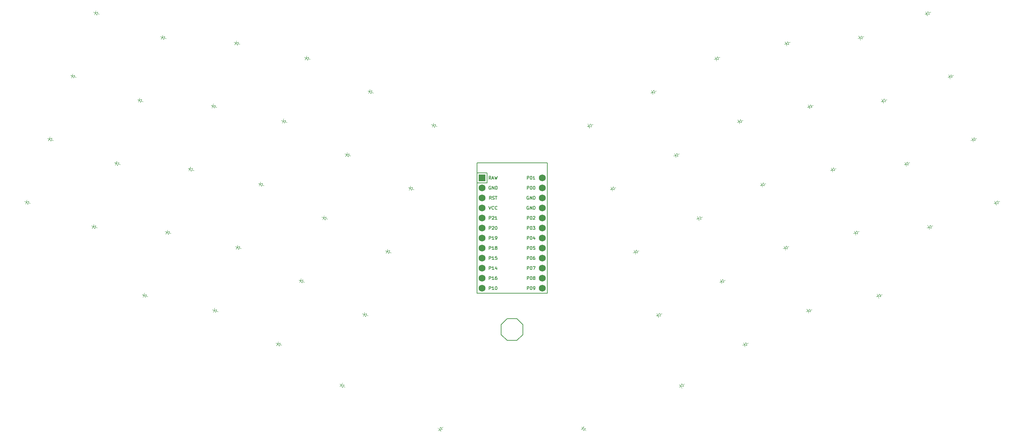
<source format=gbr>
%TF.GenerationSoftware,KiCad,Pcbnew,7.0.1-0*%
%TF.CreationDate,2023-04-16T11:56:44-05:00*%
%TF.ProjectId,tutorial,7475746f-7269-4616-9c2e-6b696361645f,v1.0.0*%
%TF.SameCoordinates,Original*%
%TF.FileFunction,Legend,Top*%
%TF.FilePolarity,Positive*%
%FSLAX46Y46*%
G04 Gerber Fmt 4.6, Leading zero omitted, Abs format (unit mm)*
G04 Created by KiCad (PCBNEW 7.0.1-0) date 2023-04-16 11:56:44*
%MOMM*%
%LPD*%
G01*
G04 APERTURE LIST*
%ADD10C,0.150000*%
%ADD11C,0.100000*%
%ADD12R,1.752600X1.752600*%
%ADD13C,1.752600*%
G04 APERTURE END LIST*
D10*
%TO.C,_6*%
%TO.C,_1*%
%TO.C,MCU1*%
X176370946Y-138232072D02*
X176104279Y-137851119D01*
X175913803Y-138232072D02*
X175913803Y-137432072D01*
X175913803Y-137432072D02*
X176218565Y-137432072D01*
X176218565Y-137432072D02*
X176294755Y-137470167D01*
X176294755Y-137470167D02*
X176332850Y-137508262D01*
X176332850Y-137508262D02*
X176370946Y-137584453D01*
X176370946Y-137584453D02*
X176370946Y-137698738D01*
X176370946Y-137698738D02*
X176332850Y-137774929D01*
X176332850Y-137774929D02*
X176294755Y-137813024D01*
X176294755Y-137813024D02*
X176218565Y-137851119D01*
X176218565Y-137851119D02*
X175913803Y-137851119D01*
X176675707Y-138003500D02*
X177056660Y-138003500D01*
X176599517Y-138232072D02*
X176866184Y-137432072D01*
X176866184Y-137432072D02*
X177132850Y-138232072D01*
X177323326Y-137432072D02*
X177513802Y-138232072D01*
X177513802Y-138232072D02*
X177666183Y-137660643D01*
X177666183Y-137660643D02*
X177818564Y-138232072D01*
X177818564Y-138232072D02*
X178009041Y-137432072D01*
X185551898Y-140772072D02*
X185551898Y-139972072D01*
X185551898Y-139972072D02*
X185856660Y-139972072D01*
X185856660Y-139972072D02*
X185932850Y-140010167D01*
X185932850Y-140010167D02*
X185970945Y-140048262D01*
X185970945Y-140048262D02*
X186009041Y-140124453D01*
X186009041Y-140124453D02*
X186009041Y-140238738D01*
X186009041Y-140238738D02*
X185970945Y-140314929D01*
X185970945Y-140314929D02*
X185932850Y-140353024D01*
X185932850Y-140353024D02*
X185856660Y-140391119D01*
X185856660Y-140391119D02*
X185551898Y-140391119D01*
X186504279Y-139972072D02*
X186580469Y-139972072D01*
X186580469Y-139972072D02*
X186656660Y-140010167D01*
X186656660Y-140010167D02*
X186694755Y-140048262D01*
X186694755Y-140048262D02*
X186732850Y-140124453D01*
X186732850Y-140124453D02*
X186770945Y-140276834D01*
X186770945Y-140276834D02*
X186770945Y-140467310D01*
X186770945Y-140467310D02*
X186732850Y-140619691D01*
X186732850Y-140619691D02*
X186694755Y-140695881D01*
X186694755Y-140695881D02*
X186656660Y-140733977D01*
X186656660Y-140733977D02*
X186580469Y-140772072D01*
X186580469Y-140772072D02*
X186504279Y-140772072D01*
X186504279Y-140772072D02*
X186428088Y-140733977D01*
X186428088Y-140733977D02*
X186389993Y-140695881D01*
X186389993Y-140695881D02*
X186351898Y-140619691D01*
X186351898Y-140619691D02*
X186313802Y-140467310D01*
X186313802Y-140467310D02*
X186313802Y-140276834D01*
X186313802Y-140276834D02*
X186351898Y-140124453D01*
X186351898Y-140124453D02*
X186389993Y-140048262D01*
X186389993Y-140048262D02*
X186428088Y-140010167D01*
X186428088Y-140010167D02*
X186504279Y-139972072D01*
X187266184Y-139972072D02*
X187342374Y-139972072D01*
X187342374Y-139972072D02*
X187418565Y-140010167D01*
X187418565Y-140010167D02*
X187456660Y-140048262D01*
X187456660Y-140048262D02*
X187494755Y-140124453D01*
X187494755Y-140124453D02*
X187532850Y-140276834D01*
X187532850Y-140276834D02*
X187532850Y-140467310D01*
X187532850Y-140467310D02*
X187494755Y-140619691D01*
X187494755Y-140619691D02*
X187456660Y-140695881D01*
X187456660Y-140695881D02*
X187418565Y-140733977D01*
X187418565Y-140733977D02*
X187342374Y-140772072D01*
X187342374Y-140772072D02*
X187266184Y-140772072D01*
X187266184Y-140772072D02*
X187189993Y-140733977D01*
X187189993Y-140733977D02*
X187151898Y-140695881D01*
X187151898Y-140695881D02*
X187113803Y-140619691D01*
X187113803Y-140619691D02*
X187075707Y-140467310D01*
X187075707Y-140467310D02*
X187075707Y-140276834D01*
X187075707Y-140276834D02*
X187113803Y-140124453D01*
X187113803Y-140124453D02*
X187151898Y-140048262D01*
X187151898Y-140048262D02*
X187189993Y-140010167D01*
X187189993Y-140010167D02*
X187266184Y-139972072D01*
X175951898Y-150932072D02*
X175951898Y-150132072D01*
X175951898Y-150132072D02*
X176256660Y-150132072D01*
X176256660Y-150132072D02*
X176332850Y-150170167D01*
X176332850Y-150170167D02*
X176370945Y-150208262D01*
X176370945Y-150208262D02*
X176409041Y-150284453D01*
X176409041Y-150284453D02*
X176409041Y-150398738D01*
X176409041Y-150398738D02*
X176370945Y-150474929D01*
X176370945Y-150474929D02*
X176332850Y-150513024D01*
X176332850Y-150513024D02*
X176256660Y-150551119D01*
X176256660Y-150551119D02*
X175951898Y-150551119D01*
X176713802Y-150208262D02*
X176751898Y-150170167D01*
X176751898Y-150170167D02*
X176828088Y-150132072D01*
X176828088Y-150132072D02*
X177018564Y-150132072D01*
X177018564Y-150132072D02*
X177094755Y-150170167D01*
X177094755Y-150170167D02*
X177132850Y-150208262D01*
X177132850Y-150208262D02*
X177170945Y-150284453D01*
X177170945Y-150284453D02*
X177170945Y-150360643D01*
X177170945Y-150360643D02*
X177132850Y-150474929D01*
X177132850Y-150474929D02*
X176675707Y-150932072D01*
X176675707Y-150932072D02*
X177170945Y-150932072D01*
X177666184Y-150132072D02*
X177742374Y-150132072D01*
X177742374Y-150132072D02*
X177818565Y-150170167D01*
X177818565Y-150170167D02*
X177856660Y-150208262D01*
X177856660Y-150208262D02*
X177894755Y-150284453D01*
X177894755Y-150284453D02*
X177932850Y-150436834D01*
X177932850Y-150436834D02*
X177932850Y-150627310D01*
X177932850Y-150627310D02*
X177894755Y-150779691D01*
X177894755Y-150779691D02*
X177856660Y-150855881D01*
X177856660Y-150855881D02*
X177818565Y-150893977D01*
X177818565Y-150893977D02*
X177742374Y-150932072D01*
X177742374Y-150932072D02*
X177666184Y-150932072D01*
X177666184Y-150932072D02*
X177589993Y-150893977D01*
X177589993Y-150893977D02*
X177551898Y-150855881D01*
X177551898Y-150855881D02*
X177513803Y-150779691D01*
X177513803Y-150779691D02*
X177475707Y-150627310D01*
X177475707Y-150627310D02*
X177475707Y-150436834D01*
X177475707Y-150436834D02*
X177513803Y-150284453D01*
X177513803Y-150284453D02*
X177551898Y-150208262D01*
X177551898Y-150208262D02*
X177589993Y-150170167D01*
X177589993Y-150170167D02*
X177666184Y-150132072D01*
X175951898Y-166172072D02*
X175951898Y-165372072D01*
X175951898Y-165372072D02*
X176256660Y-165372072D01*
X176256660Y-165372072D02*
X176332850Y-165410167D01*
X176332850Y-165410167D02*
X176370945Y-165448262D01*
X176370945Y-165448262D02*
X176409041Y-165524453D01*
X176409041Y-165524453D02*
X176409041Y-165638738D01*
X176409041Y-165638738D02*
X176370945Y-165714929D01*
X176370945Y-165714929D02*
X176332850Y-165753024D01*
X176332850Y-165753024D02*
X176256660Y-165791119D01*
X176256660Y-165791119D02*
X175951898Y-165791119D01*
X177170945Y-166172072D02*
X176713802Y-166172072D01*
X176942374Y-166172072D02*
X176942374Y-165372072D01*
X176942374Y-165372072D02*
X176866183Y-165486357D01*
X176866183Y-165486357D02*
X176789993Y-165562548D01*
X176789993Y-165562548D02*
X176713802Y-165600643D01*
X177666184Y-165372072D02*
X177742374Y-165372072D01*
X177742374Y-165372072D02*
X177818565Y-165410167D01*
X177818565Y-165410167D02*
X177856660Y-165448262D01*
X177856660Y-165448262D02*
X177894755Y-165524453D01*
X177894755Y-165524453D02*
X177932850Y-165676834D01*
X177932850Y-165676834D02*
X177932850Y-165867310D01*
X177932850Y-165867310D02*
X177894755Y-166019691D01*
X177894755Y-166019691D02*
X177856660Y-166095881D01*
X177856660Y-166095881D02*
X177818565Y-166133977D01*
X177818565Y-166133977D02*
X177742374Y-166172072D01*
X177742374Y-166172072D02*
X177666184Y-166172072D01*
X177666184Y-166172072D02*
X177589993Y-166133977D01*
X177589993Y-166133977D02*
X177551898Y-166095881D01*
X177551898Y-166095881D02*
X177513803Y-166019691D01*
X177513803Y-166019691D02*
X177475707Y-165867310D01*
X177475707Y-165867310D02*
X177475707Y-165676834D01*
X177475707Y-165676834D02*
X177513803Y-165524453D01*
X177513803Y-165524453D02*
X177551898Y-165448262D01*
X177551898Y-165448262D02*
X177589993Y-165410167D01*
X177589993Y-165410167D02*
X177666184Y-165372072D01*
X185551898Y-153472072D02*
X185551898Y-152672072D01*
X185551898Y-152672072D02*
X185856660Y-152672072D01*
X185856660Y-152672072D02*
X185932850Y-152710167D01*
X185932850Y-152710167D02*
X185970945Y-152748262D01*
X185970945Y-152748262D02*
X186009041Y-152824453D01*
X186009041Y-152824453D02*
X186009041Y-152938738D01*
X186009041Y-152938738D02*
X185970945Y-153014929D01*
X185970945Y-153014929D02*
X185932850Y-153053024D01*
X185932850Y-153053024D02*
X185856660Y-153091119D01*
X185856660Y-153091119D02*
X185551898Y-153091119D01*
X186504279Y-152672072D02*
X186580469Y-152672072D01*
X186580469Y-152672072D02*
X186656660Y-152710167D01*
X186656660Y-152710167D02*
X186694755Y-152748262D01*
X186694755Y-152748262D02*
X186732850Y-152824453D01*
X186732850Y-152824453D02*
X186770945Y-152976834D01*
X186770945Y-152976834D02*
X186770945Y-153167310D01*
X186770945Y-153167310D02*
X186732850Y-153319691D01*
X186732850Y-153319691D02*
X186694755Y-153395881D01*
X186694755Y-153395881D02*
X186656660Y-153433977D01*
X186656660Y-153433977D02*
X186580469Y-153472072D01*
X186580469Y-153472072D02*
X186504279Y-153472072D01*
X186504279Y-153472072D02*
X186428088Y-153433977D01*
X186428088Y-153433977D02*
X186389993Y-153395881D01*
X186389993Y-153395881D02*
X186351898Y-153319691D01*
X186351898Y-153319691D02*
X186313802Y-153167310D01*
X186313802Y-153167310D02*
X186313802Y-152976834D01*
X186313802Y-152976834D02*
X186351898Y-152824453D01*
X186351898Y-152824453D02*
X186389993Y-152748262D01*
X186389993Y-152748262D02*
X186428088Y-152710167D01*
X186428088Y-152710167D02*
X186504279Y-152672072D01*
X187456660Y-152938738D02*
X187456660Y-153472072D01*
X187266184Y-152633977D02*
X187075707Y-153205405D01*
X187075707Y-153205405D02*
X187570946Y-153205405D01*
X175951898Y-163632072D02*
X175951898Y-162832072D01*
X175951898Y-162832072D02*
X176256660Y-162832072D01*
X176256660Y-162832072D02*
X176332850Y-162870167D01*
X176332850Y-162870167D02*
X176370945Y-162908262D01*
X176370945Y-162908262D02*
X176409041Y-162984453D01*
X176409041Y-162984453D02*
X176409041Y-163098738D01*
X176409041Y-163098738D02*
X176370945Y-163174929D01*
X176370945Y-163174929D02*
X176332850Y-163213024D01*
X176332850Y-163213024D02*
X176256660Y-163251119D01*
X176256660Y-163251119D02*
X175951898Y-163251119D01*
X177170945Y-163632072D02*
X176713802Y-163632072D01*
X176942374Y-163632072D02*
X176942374Y-162832072D01*
X176942374Y-162832072D02*
X176866183Y-162946357D01*
X176866183Y-162946357D02*
X176789993Y-163022548D01*
X176789993Y-163022548D02*
X176713802Y-163060643D01*
X177856660Y-162832072D02*
X177704279Y-162832072D01*
X177704279Y-162832072D02*
X177628088Y-162870167D01*
X177628088Y-162870167D02*
X177589993Y-162908262D01*
X177589993Y-162908262D02*
X177513803Y-163022548D01*
X177513803Y-163022548D02*
X177475707Y-163174929D01*
X177475707Y-163174929D02*
X177475707Y-163479691D01*
X177475707Y-163479691D02*
X177513803Y-163555881D01*
X177513803Y-163555881D02*
X177551898Y-163593977D01*
X177551898Y-163593977D02*
X177628088Y-163632072D01*
X177628088Y-163632072D02*
X177780469Y-163632072D01*
X177780469Y-163632072D02*
X177856660Y-163593977D01*
X177856660Y-163593977D02*
X177894755Y-163555881D01*
X177894755Y-163555881D02*
X177932850Y-163479691D01*
X177932850Y-163479691D02*
X177932850Y-163289215D01*
X177932850Y-163289215D02*
X177894755Y-163213024D01*
X177894755Y-163213024D02*
X177856660Y-163174929D01*
X177856660Y-163174929D02*
X177780469Y-163136834D01*
X177780469Y-163136834D02*
X177628088Y-163136834D01*
X177628088Y-163136834D02*
X177551898Y-163174929D01*
X177551898Y-163174929D02*
X177513803Y-163213024D01*
X177513803Y-163213024D02*
X177475707Y-163289215D01*
X175951898Y-153472072D02*
X175951898Y-152672072D01*
X175951898Y-152672072D02*
X176256660Y-152672072D01*
X176256660Y-152672072D02*
X176332850Y-152710167D01*
X176332850Y-152710167D02*
X176370945Y-152748262D01*
X176370945Y-152748262D02*
X176409041Y-152824453D01*
X176409041Y-152824453D02*
X176409041Y-152938738D01*
X176409041Y-152938738D02*
X176370945Y-153014929D01*
X176370945Y-153014929D02*
X176332850Y-153053024D01*
X176332850Y-153053024D02*
X176256660Y-153091119D01*
X176256660Y-153091119D02*
X175951898Y-153091119D01*
X177170945Y-153472072D02*
X176713802Y-153472072D01*
X176942374Y-153472072D02*
X176942374Y-152672072D01*
X176942374Y-152672072D02*
X176866183Y-152786357D01*
X176866183Y-152786357D02*
X176789993Y-152862548D01*
X176789993Y-152862548D02*
X176713802Y-152900643D01*
X177551898Y-153472072D02*
X177704279Y-153472072D01*
X177704279Y-153472072D02*
X177780469Y-153433977D01*
X177780469Y-153433977D02*
X177818565Y-153395881D01*
X177818565Y-153395881D02*
X177894755Y-153281596D01*
X177894755Y-153281596D02*
X177932850Y-153129215D01*
X177932850Y-153129215D02*
X177932850Y-152824453D01*
X177932850Y-152824453D02*
X177894755Y-152748262D01*
X177894755Y-152748262D02*
X177856660Y-152710167D01*
X177856660Y-152710167D02*
X177780469Y-152672072D01*
X177780469Y-152672072D02*
X177628088Y-152672072D01*
X177628088Y-152672072D02*
X177551898Y-152710167D01*
X177551898Y-152710167D02*
X177513803Y-152748262D01*
X177513803Y-152748262D02*
X177475707Y-152824453D01*
X177475707Y-152824453D02*
X177475707Y-153014929D01*
X177475707Y-153014929D02*
X177513803Y-153091119D01*
X177513803Y-153091119D02*
X177551898Y-153129215D01*
X177551898Y-153129215D02*
X177628088Y-153167310D01*
X177628088Y-153167310D02*
X177780469Y-153167310D01*
X177780469Y-153167310D02*
X177856660Y-153129215D01*
X177856660Y-153129215D02*
X177894755Y-153091119D01*
X177894755Y-153091119D02*
X177932850Y-153014929D01*
X185551898Y-163632072D02*
X185551898Y-162832072D01*
X185551898Y-162832072D02*
X185856660Y-162832072D01*
X185856660Y-162832072D02*
X185932850Y-162870167D01*
X185932850Y-162870167D02*
X185970945Y-162908262D01*
X185970945Y-162908262D02*
X186009041Y-162984453D01*
X186009041Y-162984453D02*
X186009041Y-163098738D01*
X186009041Y-163098738D02*
X185970945Y-163174929D01*
X185970945Y-163174929D02*
X185932850Y-163213024D01*
X185932850Y-163213024D02*
X185856660Y-163251119D01*
X185856660Y-163251119D02*
X185551898Y-163251119D01*
X186504279Y-162832072D02*
X186580469Y-162832072D01*
X186580469Y-162832072D02*
X186656660Y-162870167D01*
X186656660Y-162870167D02*
X186694755Y-162908262D01*
X186694755Y-162908262D02*
X186732850Y-162984453D01*
X186732850Y-162984453D02*
X186770945Y-163136834D01*
X186770945Y-163136834D02*
X186770945Y-163327310D01*
X186770945Y-163327310D02*
X186732850Y-163479691D01*
X186732850Y-163479691D02*
X186694755Y-163555881D01*
X186694755Y-163555881D02*
X186656660Y-163593977D01*
X186656660Y-163593977D02*
X186580469Y-163632072D01*
X186580469Y-163632072D02*
X186504279Y-163632072D01*
X186504279Y-163632072D02*
X186428088Y-163593977D01*
X186428088Y-163593977D02*
X186389993Y-163555881D01*
X186389993Y-163555881D02*
X186351898Y-163479691D01*
X186351898Y-163479691D02*
X186313802Y-163327310D01*
X186313802Y-163327310D02*
X186313802Y-163136834D01*
X186313802Y-163136834D02*
X186351898Y-162984453D01*
X186351898Y-162984453D02*
X186389993Y-162908262D01*
X186389993Y-162908262D02*
X186428088Y-162870167D01*
X186428088Y-162870167D02*
X186504279Y-162832072D01*
X187228088Y-163174929D02*
X187151898Y-163136834D01*
X187151898Y-163136834D02*
X187113803Y-163098738D01*
X187113803Y-163098738D02*
X187075707Y-163022548D01*
X187075707Y-163022548D02*
X187075707Y-162984453D01*
X187075707Y-162984453D02*
X187113803Y-162908262D01*
X187113803Y-162908262D02*
X187151898Y-162870167D01*
X187151898Y-162870167D02*
X187228088Y-162832072D01*
X187228088Y-162832072D02*
X187380469Y-162832072D01*
X187380469Y-162832072D02*
X187456660Y-162870167D01*
X187456660Y-162870167D02*
X187494755Y-162908262D01*
X187494755Y-162908262D02*
X187532850Y-162984453D01*
X187532850Y-162984453D02*
X187532850Y-163022548D01*
X187532850Y-163022548D02*
X187494755Y-163098738D01*
X187494755Y-163098738D02*
X187456660Y-163136834D01*
X187456660Y-163136834D02*
X187380469Y-163174929D01*
X187380469Y-163174929D02*
X187228088Y-163174929D01*
X187228088Y-163174929D02*
X187151898Y-163213024D01*
X187151898Y-163213024D02*
X187113803Y-163251119D01*
X187113803Y-163251119D02*
X187075707Y-163327310D01*
X187075707Y-163327310D02*
X187075707Y-163479691D01*
X187075707Y-163479691D02*
X187113803Y-163555881D01*
X187113803Y-163555881D02*
X187151898Y-163593977D01*
X187151898Y-163593977D02*
X187228088Y-163632072D01*
X187228088Y-163632072D02*
X187380469Y-163632072D01*
X187380469Y-163632072D02*
X187456660Y-163593977D01*
X187456660Y-163593977D02*
X187494755Y-163555881D01*
X187494755Y-163555881D02*
X187532850Y-163479691D01*
X187532850Y-163479691D02*
X187532850Y-163327310D01*
X187532850Y-163327310D02*
X187494755Y-163251119D01*
X187494755Y-163251119D02*
X187456660Y-163213024D01*
X187456660Y-163213024D02*
X187380469Y-163174929D01*
X185913803Y-145090167D02*
X185837613Y-145052072D01*
X185837613Y-145052072D02*
X185723327Y-145052072D01*
X185723327Y-145052072D02*
X185609041Y-145090167D01*
X185609041Y-145090167D02*
X185532851Y-145166357D01*
X185532851Y-145166357D02*
X185494756Y-145242548D01*
X185494756Y-145242548D02*
X185456660Y-145394929D01*
X185456660Y-145394929D02*
X185456660Y-145509215D01*
X185456660Y-145509215D02*
X185494756Y-145661596D01*
X185494756Y-145661596D02*
X185532851Y-145737786D01*
X185532851Y-145737786D02*
X185609041Y-145813977D01*
X185609041Y-145813977D02*
X185723327Y-145852072D01*
X185723327Y-145852072D02*
X185799518Y-145852072D01*
X185799518Y-145852072D02*
X185913803Y-145813977D01*
X185913803Y-145813977D02*
X185951899Y-145775881D01*
X185951899Y-145775881D02*
X185951899Y-145509215D01*
X185951899Y-145509215D02*
X185799518Y-145509215D01*
X186294756Y-145852072D02*
X186294756Y-145052072D01*
X186294756Y-145052072D02*
X186751899Y-145852072D01*
X186751899Y-145852072D02*
X186751899Y-145052072D01*
X187132851Y-145852072D02*
X187132851Y-145052072D01*
X187132851Y-145052072D02*
X187323327Y-145052072D01*
X187323327Y-145052072D02*
X187437613Y-145090167D01*
X187437613Y-145090167D02*
X187513803Y-145166357D01*
X187513803Y-145166357D02*
X187551898Y-145242548D01*
X187551898Y-145242548D02*
X187589994Y-145394929D01*
X187589994Y-145394929D02*
X187589994Y-145509215D01*
X187589994Y-145509215D02*
X187551898Y-145661596D01*
X187551898Y-145661596D02*
X187513803Y-145737786D01*
X187513803Y-145737786D02*
X187437613Y-145813977D01*
X187437613Y-145813977D02*
X187323327Y-145852072D01*
X187323327Y-145852072D02*
X187132851Y-145852072D01*
X176485232Y-143312072D02*
X176218565Y-142931119D01*
X176028089Y-143312072D02*
X176028089Y-142512072D01*
X176028089Y-142512072D02*
X176332851Y-142512072D01*
X176332851Y-142512072D02*
X176409041Y-142550167D01*
X176409041Y-142550167D02*
X176447136Y-142588262D01*
X176447136Y-142588262D02*
X176485232Y-142664453D01*
X176485232Y-142664453D02*
X176485232Y-142778738D01*
X176485232Y-142778738D02*
X176447136Y-142854929D01*
X176447136Y-142854929D02*
X176409041Y-142893024D01*
X176409041Y-142893024D02*
X176332851Y-142931119D01*
X176332851Y-142931119D02*
X176028089Y-142931119D01*
X176789993Y-143273977D02*
X176904279Y-143312072D01*
X176904279Y-143312072D02*
X177094755Y-143312072D01*
X177094755Y-143312072D02*
X177170946Y-143273977D01*
X177170946Y-143273977D02*
X177209041Y-143235881D01*
X177209041Y-143235881D02*
X177247136Y-143159691D01*
X177247136Y-143159691D02*
X177247136Y-143083500D01*
X177247136Y-143083500D02*
X177209041Y-143007310D01*
X177209041Y-143007310D02*
X177170946Y-142969215D01*
X177170946Y-142969215D02*
X177094755Y-142931119D01*
X177094755Y-142931119D02*
X176942374Y-142893024D01*
X176942374Y-142893024D02*
X176866184Y-142854929D01*
X176866184Y-142854929D02*
X176828089Y-142816834D01*
X176828089Y-142816834D02*
X176789993Y-142740643D01*
X176789993Y-142740643D02*
X176789993Y-142664453D01*
X176789993Y-142664453D02*
X176828089Y-142588262D01*
X176828089Y-142588262D02*
X176866184Y-142550167D01*
X176866184Y-142550167D02*
X176942374Y-142512072D01*
X176942374Y-142512072D02*
X177132851Y-142512072D01*
X177132851Y-142512072D02*
X177247136Y-142550167D01*
X177475708Y-142512072D02*
X177932851Y-142512072D01*
X177704279Y-143312072D02*
X177704279Y-142512072D01*
X175856660Y-145052072D02*
X176123327Y-145852072D01*
X176123327Y-145852072D02*
X176389993Y-145052072D01*
X177113803Y-145775881D02*
X177075707Y-145813977D01*
X177075707Y-145813977D02*
X176961422Y-145852072D01*
X176961422Y-145852072D02*
X176885231Y-145852072D01*
X176885231Y-145852072D02*
X176770945Y-145813977D01*
X176770945Y-145813977D02*
X176694755Y-145737786D01*
X176694755Y-145737786D02*
X176656660Y-145661596D01*
X176656660Y-145661596D02*
X176618564Y-145509215D01*
X176618564Y-145509215D02*
X176618564Y-145394929D01*
X176618564Y-145394929D02*
X176656660Y-145242548D01*
X176656660Y-145242548D02*
X176694755Y-145166357D01*
X176694755Y-145166357D02*
X176770945Y-145090167D01*
X176770945Y-145090167D02*
X176885231Y-145052072D01*
X176885231Y-145052072D02*
X176961422Y-145052072D01*
X176961422Y-145052072D02*
X177075707Y-145090167D01*
X177075707Y-145090167D02*
X177113803Y-145128262D01*
X177913803Y-145775881D02*
X177875707Y-145813977D01*
X177875707Y-145813977D02*
X177761422Y-145852072D01*
X177761422Y-145852072D02*
X177685231Y-145852072D01*
X177685231Y-145852072D02*
X177570945Y-145813977D01*
X177570945Y-145813977D02*
X177494755Y-145737786D01*
X177494755Y-145737786D02*
X177456660Y-145661596D01*
X177456660Y-145661596D02*
X177418564Y-145509215D01*
X177418564Y-145509215D02*
X177418564Y-145394929D01*
X177418564Y-145394929D02*
X177456660Y-145242548D01*
X177456660Y-145242548D02*
X177494755Y-145166357D01*
X177494755Y-145166357D02*
X177570945Y-145090167D01*
X177570945Y-145090167D02*
X177685231Y-145052072D01*
X177685231Y-145052072D02*
X177761422Y-145052072D01*
X177761422Y-145052072D02*
X177875707Y-145090167D01*
X177875707Y-145090167D02*
X177913803Y-145128262D01*
X185551898Y-156012072D02*
X185551898Y-155212072D01*
X185551898Y-155212072D02*
X185856660Y-155212072D01*
X185856660Y-155212072D02*
X185932850Y-155250167D01*
X185932850Y-155250167D02*
X185970945Y-155288262D01*
X185970945Y-155288262D02*
X186009041Y-155364453D01*
X186009041Y-155364453D02*
X186009041Y-155478738D01*
X186009041Y-155478738D02*
X185970945Y-155554929D01*
X185970945Y-155554929D02*
X185932850Y-155593024D01*
X185932850Y-155593024D02*
X185856660Y-155631119D01*
X185856660Y-155631119D02*
X185551898Y-155631119D01*
X186504279Y-155212072D02*
X186580469Y-155212072D01*
X186580469Y-155212072D02*
X186656660Y-155250167D01*
X186656660Y-155250167D02*
X186694755Y-155288262D01*
X186694755Y-155288262D02*
X186732850Y-155364453D01*
X186732850Y-155364453D02*
X186770945Y-155516834D01*
X186770945Y-155516834D02*
X186770945Y-155707310D01*
X186770945Y-155707310D02*
X186732850Y-155859691D01*
X186732850Y-155859691D02*
X186694755Y-155935881D01*
X186694755Y-155935881D02*
X186656660Y-155973977D01*
X186656660Y-155973977D02*
X186580469Y-156012072D01*
X186580469Y-156012072D02*
X186504279Y-156012072D01*
X186504279Y-156012072D02*
X186428088Y-155973977D01*
X186428088Y-155973977D02*
X186389993Y-155935881D01*
X186389993Y-155935881D02*
X186351898Y-155859691D01*
X186351898Y-155859691D02*
X186313802Y-155707310D01*
X186313802Y-155707310D02*
X186313802Y-155516834D01*
X186313802Y-155516834D02*
X186351898Y-155364453D01*
X186351898Y-155364453D02*
X186389993Y-155288262D01*
X186389993Y-155288262D02*
X186428088Y-155250167D01*
X186428088Y-155250167D02*
X186504279Y-155212072D01*
X187494755Y-155212072D02*
X187113803Y-155212072D01*
X187113803Y-155212072D02*
X187075707Y-155593024D01*
X187075707Y-155593024D02*
X187113803Y-155554929D01*
X187113803Y-155554929D02*
X187189993Y-155516834D01*
X187189993Y-155516834D02*
X187380469Y-155516834D01*
X187380469Y-155516834D02*
X187456660Y-155554929D01*
X187456660Y-155554929D02*
X187494755Y-155593024D01*
X187494755Y-155593024D02*
X187532850Y-155669215D01*
X187532850Y-155669215D02*
X187532850Y-155859691D01*
X187532850Y-155859691D02*
X187494755Y-155935881D01*
X187494755Y-155935881D02*
X187456660Y-155973977D01*
X187456660Y-155973977D02*
X187380469Y-156012072D01*
X187380469Y-156012072D02*
X187189993Y-156012072D01*
X187189993Y-156012072D02*
X187113803Y-155973977D01*
X187113803Y-155973977D02*
X187075707Y-155935881D01*
X175951898Y-156012072D02*
X175951898Y-155212072D01*
X175951898Y-155212072D02*
X176256660Y-155212072D01*
X176256660Y-155212072D02*
X176332850Y-155250167D01*
X176332850Y-155250167D02*
X176370945Y-155288262D01*
X176370945Y-155288262D02*
X176409041Y-155364453D01*
X176409041Y-155364453D02*
X176409041Y-155478738D01*
X176409041Y-155478738D02*
X176370945Y-155554929D01*
X176370945Y-155554929D02*
X176332850Y-155593024D01*
X176332850Y-155593024D02*
X176256660Y-155631119D01*
X176256660Y-155631119D02*
X175951898Y-155631119D01*
X177170945Y-156012072D02*
X176713802Y-156012072D01*
X176942374Y-156012072D02*
X176942374Y-155212072D01*
X176942374Y-155212072D02*
X176866183Y-155326357D01*
X176866183Y-155326357D02*
X176789993Y-155402548D01*
X176789993Y-155402548D02*
X176713802Y-155440643D01*
X177628088Y-155554929D02*
X177551898Y-155516834D01*
X177551898Y-155516834D02*
X177513803Y-155478738D01*
X177513803Y-155478738D02*
X177475707Y-155402548D01*
X177475707Y-155402548D02*
X177475707Y-155364453D01*
X177475707Y-155364453D02*
X177513803Y-155288262D01*
X177513803Y-155288262D02*
X177551898Y-155250167D01*
X177551898Y-155250167D02*
X177628088Y-155212072D01*
X177628088Y-155212072D02*
X177780469Y-155212072D01*
X177780469Y-155212072D02*
X177856660Y-155250167D01*
X177856660Y-155250167D02*
X177894755Y-155288262D01*
X177894755Y-155288262D02*
X177932850Y-155364453D01*
X177932850Y-155364453D02*
X177932850Y-155402548D01*
X177932850Y-155402548D02*
X177894755Y-155478738D01*
X177894755Y-155478738D02*
X177856660Y-155516834D01*
X177856660Y-155516834D02*
X177780469Y-155554929D01*
X177780469Y-155554929D02*
X177628088Y-155554929D01*
X177628088Y-155554929D02*
X177551898Y-155593024D01*
X177551898Y-155593024D02*
X177513803Y-155631119D01*
X177513803Y-155631119D02*
X177475707Y-155707310D01*
X177475707Y-155707310D02*
X177475707Y-155859691D01*
X177475707Y-155859691D02*
X177513803Y-155935881D01*
X177513803Y-155935881D02*
X177551898Y-155973977D01*
X177551898Y-155973977D02*
X177628088Y-156012072D01*
X177628088Y-156012072D02*
X177780469Y-156012072D01*
X177780469Y-156012072D02*
X177856660Y-155973977D01*
X177856660Y-155973977D02*
X177894755Y-155935881D01*
X177894755Y-155935881D02*
X177932850Y-155859691D01*
X177932850Y-155859691D02*
X177932850Y-155707310D01*
X177932850Y-155707310D02*
X177894755Y-155631119D01*
X177894755Y-155631119D02*
X177856660Y-155593024D01*
X177856660Y-155593024D02*
X177780469Y-155554929D01*
X185551898Y-166172072D02*
X185551898Y-165372072D01*
X185551898Y-165372072D02*
X185856660Y-165372072D01*
X185856660Y-165372072D02*
X185932850Y-165410167D01*
X185932850Y-165410167D02*
X185970945Y-165448262D01*
X185970945Y-165448262D02*
X186009041Y-165524453D01*
X186009041Y-165524453D02*
X186009041Y-165638738D01*
X186009041Y-165638738D02*
X185970945Y-165714929D01*
X185970945Y-165714929D02*
X185932850Y-165753024D01*
X185932850Y-165753024D02*
X185856660Y-165791119D01*
X185856660Y-165791119D02*
X185551898Y-165791119D01*
X186504279Y-165372072D02*
X186580469Y-165372072D01*
X186580469Y-165372072D02*
X186656660Y-165410167D01*
X186656660Y-165410167D02*
X186694755Y-165448262D01*
X186694755Y-165448262D02*
X186732850Y-165524453D01*
X186732850Y-165524453D02*
X186770945Y-165676834D01*
X186770945Y-165676834D02*
X186770945Y-165867310D01*
X186770945Y-165867310D02*
X186732850Y-166019691D01*
X186732850Y-166019691D02*
X186694755Y-166095881D01*
X186694755Y-166095881D02*
X186656660Y-166133977D01*
X186656660Y-166133977D02*
X186580469Y-166172072D01*
X186580469Y-166172072D02*
X186504279Y-166172072D01*
X186504279Y-166172072D02*
X186428088Y-166133977D01*
X186428088Y-166133977D02*
X186389993Y-166095881D01*
X186389993Y-166095881D02*
X186351898Y-166019691D01*
X186351898Y-166019691D02*
X186313802Y-165867310D01*
X186313802Y-165867310D02*
X186313802Y-165676834D01*
X186313802Y-165676834D02*
X186351898Y-165524453D01*
X186351898Y-165524453D02*
X186389993Y-165448262D01*
X186389993Y-165448262D02*
X186428088Y-165410167D01*
X186428088Y-165410167D02*
X186504279Y-165372072D01*
X187151898Y-166172072D02*
X187304279Y-166172072D01*
X187304279Y-166172072D02*
X187380469Y-166133977D01*
X187380469Y-166133977D02*
X187418565Y-166095881D01*
X187418565Y-166095881D02*
X187494755Y-165981596D01*
X187494755Y-165981596D02*
X187532850Y-165829215D01*
X187532850Y-165829215D02*
X187532850Y-165524453D01*
X187532850Y-165524453D02*
X187494755Y-165448262D01*
X187494755Y-165448262D02*
X187456660Y-165410167D01*
X187456660Y-165410167D02*
X187380469Y-165372072D01*
X187380469Y-165372072D02*
X187228088Y-165372072D01*
X187228088Y-165372072D02*
X187151898Y-165410167D01*
X187151898Y-165410167D02*
X187113803Y-165448262D01*
X187113803Y-165448262D02*
X187075707Y-165524453D01*
X187075707Y-165524453D02*
X187075707Y-165714929D01*
X187075707Y-165714929D02*
X187113803Y-165791119D01*
X187113803Y-165791119D02*
X187151898Y-165829215D01*
X187151898Y-165829215D02*
X187228088Y-165867310D01*
X187228088Y-165867310D02*
X187380469Y-165867310D01*
X187380469Y-165867310D02*
X187456660Y-165829215D01*
X187456660Y-165829215D02*
X187494755Y-165791119D01*
X187494755Y-165791119D02*
X187532850Y-165714929D01*
X185551898Y-138232072D02*
X185551898Y-137432072D01*
X185551898Y-137432072D02*
X185856660Y-137432072D01*
X185856660Y-137432072D02*
X185932850Y-137470167D01*
X185932850Y-137470167D02*
X185970945Y-137508262D01*
X185970945Y-137508262D02*
X186009041Y-137584453D01*
X186009041Y-137584453D02*
X186009041Y-137698738D01*
X186009041Y-137698738D02*
X185970945Y-137774929D01*
X185970945Y-137774929D02*
X185932850Y-137813024D01*
X185932850Y-137813024D02*
X185856660Y-137851119D01*
X185856660Y-137851119D02*
X185551898Y-137851119D01*
X186504279Y-137432072D02*
X186580469Y-137432072D01*
X186580469Y-137432072D02*
X186656660Y-137470167D01*
X186656660Y-137470167D02*
X186694755Y-137508262D01*
X186694755Y-137508262D02*
X186732850Y-137584453D01*
X186732850Y-137584453D02*
X186770945Y-137736834D01*
X186770945Y-137736834D02*
X186770945Y-137927310D01*
X186770945Y-137927310D02*
X186732850Y-138079691D01*
X186732850Y-138079691D02*
X186694755Y-138155881D01*
X186694755Y-138155881D02*
X186656660Y-138193977D01*
X186656660Y-138193977D02*
X186580469Y-138232072D01*
X186580469Y-138232072D02*
X186504279Y-138232072D01*
X186504279Y-138232072D02*
X186428088Y-138193977D01*
X186428088Y-138193977D02*
X186389993Y-138155881D01*
X186389993Y-138155881D02*
X186351898Y-138079691D01*
X186351898Y-138079691D02*
X186313802Y-137927310D01*
X186313802Y-137927310D02*
X186313802Y-137736834D01*
X186313802Y-137736834D02*
X186351898Y-137584453D01*
X186351898Y-137584453D02*
X186389993Y-137508262D01*
X186389993Y-137508262D02*
X186428088Y-137470167D01*
X186428088Y-137470167D02*
X186504279Y-137432072D01*
X187532850Y-138232072D02*
X187075707Y-138232072D01*
X187304279Y-138232072D02*
X187304279Y-137432072D01*
X187304279Y-137432072D02*
X187228088Y-137546357D01*
X187228088Y-137546357D02*
X187151898Y-137622548D01*
X187151898Y-137622548D02*
X187075707Y-137660643D01*
X185551898Y-158552072D02*
X185551898Y-157752072D01*
X185551898Y-157752072D02*
X185856660Y-157752072D01*
X185856660Y-157752072D02*
X185932850Y-157790167D01*
X185932850Y-157790167D02*
X185970945Y-157828262D01*
X185970945Y-157828262D02*
X186009041Y-157904453D01*
X186009041Y-157904453D02*
X186009041Y-158018738D01*
X186009041Y-158018738D02*
X185970945Y-158094929D01*
X185970945Y-158094929D02*
X185932850Y-158133024D01*
X185932850Y-158133024D02*
X185856660Y-158171119D01*
X185856660Y-158171119D02*
X185551898Y-158171119D01*
X186504279Y-157752072D02*
X186580469Y-157752072D01*
X186580469Y-157752072D02*
X186656660Y-157790167D01*
X186656660Y-157790167D02*
X186694755Y-157828262D01*
X186694755Y-157828262D02*
X186732850Y-157904453D01*
X186732850Y-157904453D02*
X186770945Y-158056834D01*
X186770945Y-158056834D02*
X186770945Y-158247310D01*
X186770945Y-158247310D02*
X186732850Y-158399691D01*
X186732850Y-158399691D02*
X186694755Y-158475881D01*
X186694755Y-158475881D02*
X186656660Y-158513977D01*
X186656660Y-158513977D02*
X186580469Y-158552072D01*
X186580469Y-158552072D02*
X186504279Y-158552072D01*
X186504279Y-158552072D02*
X186428088Y-158513977D01*
X186428088Y-158513977D02*
X186389993Y-158475881D01*
X186389993Y-158475881D02*
X186351898Y-158399691D01*
X186351898Y-158399691D02*
X186313802Y-158247310D01*
X186313802Y-158247310D02*
X186313802Y-158056834D01*
X186313802Y-158056834D02*
X186351898Y-157904453D01*
X186351898Y-157904453D02*
X186389993Y-157828262D01*
X186389993Y-157828262D02*
X186428088Y-157790167D01*
X186428088Y-157790167D02*
X186504279Y-157752072D01*
X187456660Y-157752072D02*
X187304279Y-157752072D01*
X187304279Y-157752072D02*
X187228088Y-157790167D01*
X187228088Y-157790167D02*
X187189993Y-157828262D01*
X187189993Y-157828262D02*
X187113803Y-157942548D01*
X187113803Y-157942548D02*
X187075707Y-158094929D01*
X187075707Y-158094929D02*
X187075707Y-158399691D01*
X187075707Y-158399691D02*
X187113803Y-158475881D01*
X187113803Y-158475881D02*
X187151898Y-158513977D01*
X187151898Y-158513977D02*
X187228088Y-158552072D01*
X187228088Y-158552072D02*
X187380469Y-158552072D01*
X187380469Y-158552072D02*
X187456660Y-158513977D01*
X187456660Y-158513977D02*
X187494755Y-158475881D01*
X187494755Y-158475881D02*
X187532850Y-158399691D01*
X187532850Y-158399691D02*
X187532850Y-158209215D01*
X187532850Y-158209215D02*
X187494755Y-158133024D01*
X187494755Y-158133024D02*
X187456660Y-158094929D01*
X187456660Y-158094929D02*
X187380469Y-158056834D01*
X187380469Y-158056834D02*
X187228088Y-158056834D01*
X187228088Y-158056834D02*
X187151898Y-158094929D01*
X187151898Y-158094929D02*
X187113803Y-158133024D01*
X187113803Y-158133024D02*
X187075707Y-158209215D01*
X176313803Y-140010167D02*
X176237613Y-139972072D01*
X176237613Y-139972072D02*
X176123327Y-139972072D01*
X176123327Y-139972072D02*
X176009041Y-140010167D01*
X176009041Y-140010167D02*
X175932851Y-140086357D01*
X175932851Y-140086357D02*
X175894756Y-140162548D01*
X175894756Y-140162548D02*
X175856660Y-140314929D01*
X175856660Y-140314929D02*
X175856660Y-140429215D01*
X175856660Y-140429215D02*
X175894756Y-140581596D01*
X175894756Y-140581596D02*
X175932851Y-140657786D01*
X175932851Y-140657786D02*
X176009041Y-140733977D01*
X176009041Y-140733977D02*
X176123327Y-140772072D01*
X176123327Y-140772072D02*
X176199518Y-140772072D01*
X176199518Y-140772072D02*
X176313803Y-140733977D01*
X176313803Y-140733977D02*
X176351899Y-140695881D01*
X176351899Y-140695881D02*
X176351899Y-140429215D01*
X176351899Y-140429215D02*
X176199518Y-140429215D01*
X176694756Y-140772072D02*
X176694756Y-139972072D01*
X176694756Y-139972072D02*
X177151899Y-140772072D01*
X177151899Y-140772072D02*
X177151899Y-139972072D01*
X177532851Y-140772072D02*
X177532851Y-139972072D01*
X177532851Y-139972072D02*
X177723327Y-139972072D01*
X177723327Y-139972072D02*
X177837613Y-140010167D01*
X177837613Y-140010167D02*
X177913803Y-140086357D01*
X177913803Y-140086357D02*
X177951898Y-140162548D01*
X177951898Y-140162548D02*
X177989994Y-140314929D01*
X177989994Y-140314929D02*
X177989994Y-140429215D01*
X177989994Y-140429215D02*
X177951898Y-140581596D01*
X177951898Y-140581596D02*
X177913803Y-140657786D01*
X177913803Y-140657786D02*
X177837613Y-140733977D01*
X177837613Y-140733977D02*
X177723327Y-140772072D01*
X177723327Y-140772072D02*
X177532851Y-140772072D01*
X185551898Y-161092072D02*
X185551898Y-160292072D01*
X185551898Y-160292072D02*
X185856660Y-160292072D01*
X185856660Y-160292072D02*
X185932850Y-160330167D01*
X185932850Y-160330167D02*
X185970945Y-160368262D01*
X185970945Y-160368262D02*
X186009041Y-160444453D01*
X186009041Y-160444453D02*
X186009041Y-160558738D01*
X186009041Y-160558738D02*
X185970945Y-160634929D01*
X185970945Y-160634929D02*
X185932850Y-160673024D01*
X185932850Y-160673024D02*
X185856660Y-160711119D01*
X185856660Y-160711119D02*
X185551898Y-160711119D01*
X186504279Y-160292072D02*
X186580469Y-160292072D01*
X186580469Y-160292072D02*
X186656660Y-160330167D01*
X186656660Y-160330167D02*
X186694755Y-160368262D01*
X186694755Y-160368262D02*
X186732850Y-160444453D01*
X186732850Y-160444453D02*
X186770945Y-160596834D01*
X186770945Y-160596834D02*
X186770945Y-160787310D01*
X186770945Y-160787310D02*
X186732850Y-160939691D01*
X186732850Y-160939691D02*
X186694755Y-161015881D01*
X186694755Y-161015881D02*
X186656660Y-161053977D01*
X186656660Y-161053977D02*
X186580469Y-161092072D01*
X186580469Y-161092072D02*
X186504279Y-161092072D01*
X186504279Y-161092072D02*
X186428088Y-161053977D01*
X186428088Y-161053977D02*
X186389993Y-161015881D01*
X186389993Y-161015881D02*
X186351898Y-160939691D01*
X186351898Y-160939691D02*
X186313802Y-160787310D01*
X186313802Y-160787310D02*
X186313802Y-160596834D01*
X186313802Y-160596834D02*
X186351898Y-160444453D01*
X186351898Y-160444453D02*
X186389993Y-160368262D01*
X186389993Y-160368262D02*
X186428088Y-160330167D01*
X186428088Y-160330167D02*
X186504279Y-160292072D01*
X187037612Y-160292072D02*
X187570946Y-160292072D01*
X187570946Y-160292072D02*
X187228088Y-161092072D01*
X175951898Y-148392072D02*
X175951898Y-147592072D01*
X175951898Y-147592072D02*
X176256660Y-147592072D01*
X176256660Y-147592072D02*
X176332850Y-147630167D01*
X176332850Y-147630167D02*
X176370945Y-147668262D01*
X176370945Y-147668262D02*
X176409041Y-147744453D01*
X176409041Y-147744453D02*
X176409041Y-147858738D01*
X176409041Y-147858738D02*
X176370945Y-147934929D01*
X176370945Y-147934929D02*
X176332850Y-147973024D01*
X176332850Y-147973024D02*
X176256660Y-148011119D01*
X176256660Y-148011119D02*
X175951898Y-148011119D01*
X176713802Y-147668262D02*
X176751898Y-147630167D01*
X176751898Y-147630167D02*
X176828088Y-147592072D01*
X176828088Y-147592072D02*
X177018564Y-147592072D01*
X177018564Y-147592072D02*
X177094755Y-147630167D01*
X177094755Y-147630167D02*
X177132850Y-147668262D01*
X177132850Y-147668262D02*
X177170945Y-147744453D01*
X177170945Y-147744453D02*
X177170945Y-147820643D01*
X177170945Y-147820643D02*
X177132850Y-147934929D01*
X177132850Y-147934929D02*
X176675707Y-148392072D01*
X176675707Y-148392072D02*
X177170945Y-148392072D01*
X177932850Y-148392072D02*
X177475707Y-148392072D01*
X177704279Y-148392072D02*
X177704279Y-147592072D01*
X177704279Y-147592072D02*
X177628088Y-147706357D01*
X177628088Y-147706357D02*
X177551898Y-147782548D01*
X177551898Y-147782548D02*
X177475707Y-147820643D01*
X175951898Y-161092072D02*
X175951898Y-160292072D01*
X175951898Y-160292072D02*
X176256660Y-160292072D01*
X176256660Y-160292072D02*
X176332850Y-160330167D01*
X176332850Y-160330167D02*
X176370945Y-160368262D01*
X176370945Y-160368262D02*
X176409041Y-160444453D01*
X176409041Y-160444453D02*
X176409041Y-160558738D01*
X176409041Y-160558738D02*
X176370945Y-160634929D01*
X176370945Y-160634929D02*
X176332850Y-160673024D01*
X176332850Y-160673024D02*
X176256660Y-160711119D01*
X176256660Y-160711119D02*
X175951898Y-160711119D01*
X177170945Y-161092072D02*
X176713802Y-161092072D01*
X176942374Y-161092072D02*
X176942374Y-160292072D01*
X176942374Y-160292072D02*
X176866183Y-160406357D01*
X176866183Y-160406357D02*
X176789993Y-160482548D01*
X176789993Y-160482548D02*
X176713802Y-160520643D01*
X177856660Y-160558738D02*
X177856660Y-161092072D01*
X177666184Y-160253977D02*
X177475707Y-160825405D01*
X177475707Y-160825405D02*
X177970946Y-160825405D01*
X185913803Y-142550167D02*
X185837613Y-142512072D01*
X185837613Y-142512072D02*
X185723327Y-142512072D01*
X185723327Y-142512072D02*
X185609041Y-142550167D01*
X185609041Y-142550167D02*
X185532851Y-142626357D01*
X185532851Y-142626357D02*
X185494756Y-142702548D01*
X185494756Y-142702548D02*
X185456660Y-142854929D01*
X185456660Y-142854929D02*
X185456660Y-142969215D01*
X185456660Y-142969215D02*
X185494756Y-143121596D01*
X185494756Y-143121596D02*
X185532851Y-143197786D01*
X185532851Y-143197786D02*
X185609041Y-143273977D01*
X185609041Y-143273977D02*
X185723327Y-143312072D01*
X185723327Y-143312072D02*
X185799518Y-143312072D01*
X185799518Y-143312072D02*
X185913803Y-143273977D01*
X185913803Y-143273977D02*
X185951899Y-143235881D01*
X185951899Y-143235881D02*
X185951899Y-142969215D01*
X185951899Y-142969215D02*
X185799518Y-142969215D01*
X186294756Y-143312072D02*
X186294756Y-142512072D01*
X186294756Y-142512072D02*
X186751899Y-143312072D01*
X186751899Y-143312072D02*
X186751899Y-142512072D01*
X187132851Y-143312072D02*
X187132851Y-142512072D01*
X187132851Y-142512072D02*
X187323327Y-142512072D01*
X187323327Y-142512072D02*
X187437613Y-142550167D01*
X187437613Y-142550167D02*
X187513803Y-142626357D01*
X187513803Y-142626357D02*
X187551898Y-142702548D01*
X187551898Y-142702548D02*
X187589994Y-142854929D01*
X187589994Y-142854929D02*
X187589994Y-142969215D01*
X187589994Y-142969215D02*
X187551898Y-143121596D01*
X187551898Y-143121596D02*
X187513803Y-143197786D01*
X187513803Y-143197786D02*
X187437613Y-143273977D01*
X187437613Y-143273977D02*
X187323327Y-143312072D01*
X187323327Y-143312072D02*
X187132851Y-143312072D01*
X185551898Y-150932072D02*
X185551898Y-150132072D01*
X185551898Y-150132072D02*
X185856660Y-150132072D01*
X185856660Y-150132072D02*
X185932850Y-150170167D01*
X185932850Y-150170167D02*
X185970945Y-150208262D01*
X185970945Y-150208262D02*
X186009041Y-150284453D01*
X186009041Y-150284453D02*
X186009041Y-150398738D01*
X186009041Y-150398738D02*
X185970945Y-150474929D01*
X185970945Y-150474929D02*
X185932850Y-150513024D01*
X185932850Y-150513024D02*
X185856660Y-150551119D01*
X185856660Y-150551119D02*
X185551898Y-150551119D01*
X186504279Y-150132072D02*
X186580469Y-150132072D01*
X186580469Y-150132072D02*
X186656660Y-150170167D01*
X186656660Y-150170167D02*
X186694755Y-150208262D01*
X186694755Y-150208262D02*
X186732850Y-150284453D01*
X186732850Y-150284453D02*
X186770945Y-150436834D01*
X186770945Y-150436834D02*
X186770945Y-150627310D01*
X186770945Y-150627310D02*
X186732850Y-150779691D01*
X186732850Y-150779691D02*
X186694755Y-150855881D01*
X186694755Y-150855881D02*
X186656660Y-150893977D01*
X186656660Y-150893977D02*
X186580469Y-150932072D01*
X186580469Y-150932072D02*
X186504279Y-150932072D01*
X186504279Y-150932072D02*
X186428088Y-150893977D01*
X186428088Y-150893977D02*
X186389993Y-150855881D01*
X186389993Y-150855881D02*
X186351898Y-150779691D01*
X186351898Y-150779691D02*
X186313802Y-150627310D01*
X186313802Y-150627310D02*
X186313802Y-150436834D01*
X186313802Y-150436834D02*
X186351898Y-150284453D01*
X186351898Y-150284453D02*
X186389993Y-150208262D01*
X186389993Y-150208262D02*
X186428088Y-150170167D01*
X186428088Y-150170167D02*
X186504279Y-150132072D01*
X187037612Y-150132072D02*
X187532850Y-150132072D01*
X187532850Y-150132072D02*
X187266184Y-150436834D01*
X187266184Y-150436834D02*
X187380469Y-150436834D01*
X187380469Y-150436834D02*
X187456660Y-150474929D01*
X187456660Y-150474929D02*
X187494755Y-150513024D01*
X187494755Y-150513024D02*
X187532850Y-150589215D01*
X187532850Y-150589215D02*
X187532850Y-150779691D01*
X187532850Y-150779691D02*
X187494755Y-150855881D01*
X187494755Y-150855881D02*
X187456660Y-150893977D01*
X187456660Y-150893977D02*
X187380469Y-150932072D01*
X187380469Y-150932072D02*
X187151898Y-150932072D01*
X187151898Y-150932072D02*
X187075707Y-150893977D01*
X187075707Y-150893977D02*
X187037612Y-150855881D01*
X185551898Y-148392072D02*
X185551898Y-147592072D01*
X185551898Y-147592072D02*
X185856660Y-147592072D01*
X185856660Y-147592072D02*
X185932850Y-147630167D01*
X185932850Y-147630167D02*
X185970945Y-147668262D01*
X185970945Y-147668262D02*
X186009041Y-147744453D01*
X186009041Y-147744453D02*
X186009041Y-147858738D01*
X186009041Y-147858738D02*
X185970945Y-147934929D01*
X185970945Y-147934929D02*
X185932850Y-147973024D01*
X185932850Y-147973024D02*
X185856660Y-148011119D01*
X185856660Y-148011119D02*
X185551898Y-148011119D01*
X186504279Y-147592072D02*
X186580469Y-147592072D01*
X186580469Y-147592072D02*
X186656660Y-147630167D01*
X186656660Y-147630167D02*
X186694755Y-147668262D01*
X186694755Y-147668262D02*
X186732850Y-147744453D01*
X186732850Y-147744453D02*
X186770945Y-147896834D01*
X186770945Y-147896834D02*
X186770945Y-148087310D01*
X186770945Y-148087310D02*
X186732850Y-148239691D01*
X186732850Y-148239691D02*
X186694755Y-148315881D01*
X186694755Y-148315881D02*
X186656660Y-148353977D01*
X186656660Y-148353977D02*
X186580469Y-148392072D01*
X186580469Y-148392072D02*
X186504279Y-148392072D01*
X186504279Y-148392072D02*
X186428088Y-148353977D01*
X186428088Y-148353977D02*
X186389993Y-148315881D01*
X186389993Y-148315881D02*
X186351898Y-148239691D01*
X186351898Y-148239691D02*
X186313802Y-148087310D01*
X186313802Y-148087310D02*
X186313802Y-147896834D01*
X186313802Y-147896834D02*
X186351898Y-147744453D01*
X186351898Y-147744453D02*
X186389993Y-147668262D01*
X186389993Y-147668262D02*
X186428088Y-147630167D01*
X186428088Y-147630167D02*
X186504279Y-147592072D01*
X187075707Y-147668262D02*
X187113803Y-147630167D01*
X187113803Y-147630167D02*
X187189993Y-147592072D01*
X187189993Y-147592072D02*
X187380469Y-147592072D01*
X187380469Y-147592072D02*
X187456660Y-147630167D01*
X187456660Y-147630167D02*
X187494755Y-147668262D01*
X187494755Y-147668262D02*
X187532850Y-147744453D01*
X187532850Y-147744453D02*
X187532850Y-147820643D01*
X187532850Y-147820643D02*
X187494755Y-147934929D01*
X187494755Y-147934929D02*
X187037612Y-148392072D01*
X187037612Y-148392072D02*
X187532850Y-148392072D01*
X175951898Y-158552072D02*
X175951898Y-157752072D01*
X175951898Y-157752072D02*
X176256660Y-157752072D01*
X176256660Y-157752072D02*
X176332850Y-157790167D01*
X176332850Y-157790167D02*
X176370945Y-157828262D01*
X176370945Y-157828262D02*
X176409041Y-157904453D01*
X176409041Y-157904453D02*
X176409041Y-158018738D01*
X176409041Y-158018738D02*
X176370945Y-158094929D01*
X176370945Y-158094929D02*
X176332850Y-158133024D01*
X176332850Y-158133024D02*
X176256660Y-158171119D01*
X176256660Y-158171119D02*
X175951898Y-158171119D01*
X177170945Y-158552072D02*
X176713802Y-158552072D01*
X176942374Y-158552072D02*
X176942374Y-157752072D01*
X176942374Y-157752072D02*
X176866183Y-157866357D01*
X176866183Y-157866357D02*
X176789993Y-157942548D01*
X176789993Y-157942548D02*
X176713802Y-157980643D01*
X177894755Y-157752072D02*
X177513803Y-157752072D01*
X177513803Y-157752072D02*
X177475707Y-158133024D01*
X177475707Y-158133024D02*
X177513803Y-158094929D01*
X177513803Y-158094929D02*
X177589993Y-158056834D01*
X177589993Y-158056834D02*
X177780469Y-158056834D01*
X177780469Y-158056834D02*
X177856660Y-158094929D01*
X177856660Y-158094929D02*
X177894755Y-158133024D01*
X177894755Y-158133024D02*
X177932850Y-158209215D01*
X177932850Y-158209215D02*
X177932850Y-158399691D01*
X177932850Y-158399691D02*
X177894755Y-158475881D01*
X177894755Y-158475881D02*
X177856660Y-158513977D01*
X177856660Y-158513977D02*
X177780469Y-158552072D01*
X177780469Y-158552072D02*
X177589993Y-158552072D01*
X177589993Y-158552072D02*
X177513803Y-158513977D01*
X177513803Y-158513977D02*
X177475707Y-158475881D01*
%TO.C,_4*%
%TO.C,_5*%
%TO.C,_3*%
%TO.C,_2*%
%TO.C,_7*%
%TO.C,_8*%
%TO.C,B1*%
X182973329Y-173525926D02*
X180473329Y-173525926D01*
X182973329Y-173525926D02*
X184473329Y-175025926D01*
X180473329Y-173525926D02*
X178973329Y-175025926D01*
X184473329Y-175025926D02*
X184473329Y-177525926D01*
X178973329Y-175025926D02*
X178973329Y-177525926D01*
X182973329Y-179025926D02*
X184473329Y-177525926D01*
X182973329Y-179025926D02*
X180473329Y-179025926D01*
X180473329Y-179025926D02*
X178973329Y-177525926D01*
D11*
%TO.C,D35*%
X280870272Y-134510732D02*
X281246149Y-134373924D01*
X281246149Y-134373924D02*
X281058038Y-133857093D01*
X281246149Y-134373924D02*
X281434260Y-134890755D01*
X281246149Y-134373924D02*
X281673156Y-133792835D01*
X281673156Y-133792835D02*
X281946772Y-134544589D01*
X281809964Y-134168712D02*
X282279810Y-133997702D01*
X281946772Y-134544589D02*
X281246149Y-134373924D01*
%TO.C,D10*%
X93977081Y-151430374D02*
X94352958Y-151567182D01*
X94352958Y-151567182D02*
X94541069Y-151050351D01*
X94352958Y-151567182D02*
X94164847Y-152084013D01*
X94352958Y-151567182D02*
X95053581Y-151396517D01*
X95053581Y-151396517D02*
X94779965Y-152148271D01*
X94916773Y-151772394D02*
X95386619Y-151943404D01*
X94779965Y-152148271D02*
X94352958Y-151567182D01*
%TO.C,D25*%
X149679775Y-156273917D02*
X150055652Y-156410725D01*
X150055652Y-156410725D02*
X150243763Y-155893894D01*
X150055652Y-156410725D02*
X149867541Y-156927556D01*
X150055652Y-156410725D02*
X150756275Y-156240060D01*
X150756275Y-156240060D02*
X150482659Y-156991814D01*
X150619467Y-156615937D02*
X151089313Y-156786947D01*
X150482659Y-156991814D02*
X150055652Y-156410725D01*
%TO.C,D39*%
X268060040Y-151943404D02*
X268435917Y-151806596D01*
X268435917Y-151806596D02*
X268247806Y-151289765D01*
X268435917Y-151806596D02*
X268624028Y-152323427D01*
X268435917Y-151806596D02*
X268862924Y-151225507D01*
X268862924Y-151225507D02*
X269136540Y-151977261D01*
X268999732Y-151601384D02*
X269469578Y-151430374D01*
X269136540Y-151977261D02*
X268435917Y-151806596D01*
%TO.C,D41*%
X256431353Y-119993856D02*
X256807230Y-119857048D01*
X256807230Y-119857048D02*
X256619119Y-119340217D01*
X256807230Y-119857048D02*
X256995341Y-120373879D01*
X256807230Y-119857048D02*
X257234237Y-119275959D01*
X257234237Y-119275959D02*
X257507853Y-120027713D01*
X257371045Y-119651836D02*
X257840891Y-119480826D01*
X257507853Y-120027713D02*
X256807230Y-119857048D01*
%TO.C,D43*%
X256104867Y-171725310D02*
X256480744Y-171588502D01*
X256480744Y-171588502D02*
X256292633Y-171071671D01*
X256480744Y-171588502D02*
X256668855Y-172105333D01*
X256480744Y-171588502D02*
X256907751Y-171007413D01*
X256907751Y-171007413D02*
X257181367Y-171759167D01*
X257044559Y-171383290D02*
X257514405Y-171212280D01*
X257181367Y-171759167D02*
X256480744Y-171588502D01*
%TO.C,D29*%
X163049618Y-201864314D02*
X163356035Y-201607199D01*
X163356035Y-201607199D02*
X163002502Y-201185874D01*
X163356035Y-201607199D02*
X163709569Y-202028523D01*
X163356035Y-201607199D02*
X163558547Y-200915108D01*
X163558547Y-200915108D02*
X164072777Y-201527944D01*
X163815662Y-201221526D02*
X164198684Y-200900132D01*
X164072777Y-201527944D02*
X163356035Y-201607199D01*
%TO.C,D36*%
X275055921Y-118535957D02*
X275431798Y-118399149D01*
X275431798Y-118399149D02*
X275243687Y-117882318D01*
X275431798Y-118399149D02*
X275619909Y-118915980D01*
X275431798Y-118399149D02*
X275858805Y-117818060D01*
X275858805Y-117818060D02*
X276132421Y-118569814D01*
X275995613Y-118193937D02*
X276465459Y-118022927D01*
X276132421Y-118569814D02*
X275431798Y-118399149D01*
%TO.C,D17*%
X123375292Y-123287951D02*
X123751169Y-123424759D01*
X123751169Y-123424759D02*
X123939280Y-122907928D01*
X123751169Y-123424759D02*
X123563058Y-123941590D01*
X123751169Y-123424759D02*
X124451792Y-123254094D01*
X124451792Y-123254094D02*
X124178176Y-124005848D01*
X124314984Y-123629971D02*
X124784830Y-123800981D01*
X124178176Y-124005848D02*
X123751169Y-123424759D01*
%TO.C,D16*%
X117560939Y-139262730D02*
X117936816Y-139399538D01*
X117936816Y-139399538D02*
X118124927Y-138882707D01*
X117936816Y-139399538D02*
X117748705Y-139916369D01*
X117936816Y-139399538D02*
X118637439Y-139228873D01*
X118637439Y-139228873D02*
X118363823Y-139980627D01*
X118500631Y-139604750D02*
X118970477Y-139775760D01*
X118363823Y-139980627D02*
X117936816Y-139399538D01*
%TO.C,D26*%
X155494118Y-140299144D02*
X155869995Y-140435952D01*
X155869995Y-140435952D02*
X156058106Y-139919121D01*
X155869995Y-140435952D02*
X155681884Y-140952783D01*
X155869995Y-140435952D02*
X156570618Y-140265287D01*
X156570618Y-140265287D02*
X156297002Y-141017041D01*
X156433810Y-140641164D02*
X156903656Y-140812174D01*
X156297002Y-141017041D02*
X155869995Y-140435952D01*
%TO.C,D22*%
X139434709Y-131793551D02*
X139810586Y-131930359D01*
X139810586Y-131930359D02*
X139998697Y-131413528D01*
X139810586Y-131930359D02*
X139622475Y-132447190D01*
X139810586Y-131930359D02*
X140511209Y-131759694D01*
X140511209Y-131759694D02*
X140237593Y-132511448D01*
X140374401Y-132135571D02*
X140844247Y-132306581D01*
X140237593Y-132511448D02*
X139810586Y-131930359D01*
%TO.C,D1*%
X58438045Y-143816104D02*
X58813922Y-143952912D01*
X58813922Y-143952912D02*
X59002033Y-143436081D01*
X58813922Y-143952912D02*
X58625811Y-144469743D01*
X58813922Y-143952912D02*
X59514545Y-143782247D01*
X59514545Y-143782247D02*
X59240929Y-144534001D01*
X59377737Y-144158124D02*
X59847583Y-144329134D01*
X59240929Y-144534001D02*
X58813922Y-143952912D01*
%TO.C,D30*%
X303599074Y-144329138D02*
X303974951Y-144192330D01*
X303974951Y-144192330D02*
X303786840Y-143675499D01*
X303974951Y-144192330D02*
X304163062Y-144709161D01*
X303974951Y-144192330D02*
X304401958Y-143611241D01*
X304401958Y-143611241D02*
X304675574Y-144362995D01*
X304538766Y-143987118D02*
X305008612Y-143816108D01*
X304675574Y-144362995D02*
X303974951Y-144192330D01*
%TO.C,D21*%
X133620358Y-147768323D02*
X133996235Y-147905131D01*
X133996235Y-147905131D02*
X134184346Y-147388300D01*
X133996235Y-147905131D02*
X133808124Y-148421962D01*
X133996235Y-147905131D02*
X134696858Y-147734466D01*
X134696858Y-147734466D02*
X134423242Y-148486220D01*
X134560050Y-148110343D02*
X135029896Y-148281353D01*
X134423242Y-148486220D02*
X133996235Y-147905131D01*
%TO.C,D50*%
X228416763Y-148281358D02*
X228792640Y-148144550D01*
X228792640Y-148144550D02*
X228604529Y-147627719D01*
X228792640Y-148144550D02*
X228980751Y-148661381D01*
X228792640Y-148144550D02*
X229219647Y-147563461D01*
X229219647Y-147563461D02*
X229493263Y-148315215D01*
X229356455Y-147939338D02*
X229826301Y-147768328D01*
X229493263Y-148315215D02*
X228792640Y-148144550D01*
%TO.C,D34*%
X286684612Y-150485512D02*
X287060489Y-150348704D01*
X287060489Y-150348704D02*
X286872378Y-149831873D01*
X287060489Y-150348704D02*
X287248600Y-150865535D01*
X287060489Y-150348704D02*
X287487496Y-149767615D01*
X287487496Y-149767615D02*
X287761112Y-150519369D01*
X287624304Y-150143492D02*
X288094150Y-149972482D01*
X287761112Y-150519369D02*
X287060489Y-150348704D01*
%TO.C,D37*%
X269241585Y-102561186D02*
X269617462Y-102424378D01*
X269617462Y-102424378D02*
X269429351Y-101907547D01*
X269617462Y-102424378D02*
X269805573Y-102941209D01*
X269617462Y-102424378D02*
X270044469Y-101843289D01*
X270044469Y-101843289D02*
X270318085Y-102595043D01*
X270181277Y-102219166D02*
X270651123Y-102048156D01*
X270318085Y-102595043D02*
X269617462Y-102424378D01*
%TO.C,D2*%
X64252392Y-127841334D02*
X64628269Y-127978142D01*
X64628269Y-127978142D02*
X64816380Y-127461311D01*
X64628269Y-127978142D02*
X64440158Y-128494973D01*
X64628269Y-127978142D02*
X65328892Y-127807477D01*
X65328892Y-127807477D02*
X65055276Y-128559231D01*
X65192084Y-128183354D02*
X65661930Y-128354364D01*
X65055276Y-128559231D02*
X64628269Y-127978142D01*
D10*
%TO.C,MCU1*%
X190613327Y-134051977D02*
X172833327Y-134051977D01*
X172833327Y-134051977D02*
X172833327Y-167071977D01*
X175373327Y-136591977D02*
X172833327Y-136591977D01*
X175373327Y-136591977D02*
X175373327Y-139131977D01*
X175373327Y-139131977D02*
X172833327Y-139131977D01*
X190613327Y-167071977D02*
X190613327Y-134051977D01*
X172833327Y-167071977D02*
X190613327Y-167071977D01*
D11*
%TO.C,D15*%
X111746599Y-155237512D02*
X112122476Y-155374320D01*
X112122476Y-155374320D02*
X112310587Y-154857489D01*
X112122476Y-155374320D02*
X111934365Y-155891151D01*
X112122476Y-155374320D02*
X112823099Y-155203655D01*
X112823099Y-155203655D02*
X112549483Y-155955409D01*
X112686291Y-155579532D02*
X113156137Y-155750542D01*
X112549483Y-155955409D02*
X112122476Y-155374320D01*
%TO.C,D3*%
X70066729Y-111866561D02*
X70442606Y-112003369D01*
X70442606Y-112003369D02*
X70630717Y-111486538D01*
X70442606Y-112003369D02*
X70254495Y-112520200D01*
X70442606Y-112003369D02*
X71143229Y-111832704D01*
X71143229Y-111832704D02*
X70869613Y-112584458D01*
X71006421Y-112208581D02*
X71476267Y-112379591D01*
X70869613Y-112584458D02*
X70442606Y-112003369D01*
%TO.C,D32*%
X291970393Y-112379592D02*
X292346270Y-112242784D01*
X292346270Y-112242784D02*
X292158159Y-111725953D01*
X292346270Y-112242784D02*
X292534381Y-112759615D01*
X292346270Y-112242784D02*
X292773277Y-111661695D01*
X292773277Y-111661695D02*
X293046893Y-112413449D01*
X292910085Y-112037572D02*
X293379931Y-111866562D01*
X293046893Y-112413449D02*
X292346270Y-112242784D01*
%TO.C,D12*%
X105605761Y-119480824D02*
X105981638Y-119617632D01*
X105981638Y-119617632D02*
X106169749Y-119100801D01*
X105981638Y-119617632D02*
X105793527Y-120134463D01*
X105981638Y-119617632D02*
X106682261Y-119446967D01*
X106682261Y-119446967D02*
X106408645Y-120198721D01*
X106545453Y-119822844D02*
X107015299Y-119993854D01*
X106408645Y-120198721D02*
X105981638Y-119617632D01*
%TO.C,D19*%
X121991682Y-179717877D02*
X122367559Y-179854685D01*
X122367559Y-179854685D02*
X122555670Y-179337854D01*
X122367559Y-179854685D02*
X122179448Y-180371516D01*
X122367559Y-179854685D02*
X123068182Y-179684020D01*
X123068182Y-179684020D02*
X122794566Y-180435774D01*
X122931374Y-180059897D02*
X123401220Y-180230907D01*
X122794566Y-180435774D02*
X122367559Y-179854685D01*
%TO.C,D38*%
X273874384Y-167918176D02*
X274250261Y-167781368D01*
X274250261Y-167781368D02*
X274062150Y-167264537D01*
X274250261Y-167781368D02*
X274438372Y-168298199D01*
X274250261Y-167781368D02*
X274677268Y-167200279D01*
X274677268Y-167200279D02*
X274950884Y-167952033D01*
X274814076Y-167576156D02*
X275283922Y-167405146D01*
X274950884Y-167952033D02*
X274250261Y-167781368D01*
%TO.C,D40*%
X262245700Y-135968633D02*
X262621577Y-135831825D01*
X262621577Y-135831825D02*
X262433466Y-135314994D01*
X262621577Y-135831825D02*
X262809688Y-136348656D01*
X262621577Y-135831825D02*
X263048584Y-135250736D01*
X263048584Y-135250736D02*
X263322200Y-136002490D01*
X263185392Y-135626613D02*
X263655238Y-135455603D01*
X263322200Y-136002490D02*
X262621577Y-135831825D01*
%TO.C,D56*%
X200728662Y-124837403D02*
X201104539Y-124700595D01*
X201104539Y-124700595D02*
X200916428Y-124183764D01*
X201104539Y-124700595D02*
X201292650Y-125217426D01*
X201104539Y-124700595D02*
X201531546Y-124119506D01*
X201531546Y-124119506D02*
X201805162Y-124871260D01*
X201668354Y-124495383D02*
X202138200Y-124324373D01*
X201805162Y-124871260D02*
X201104539Y-124700595D01*
%TO.C,D33*%
X286156052Y-96404811D02*
X286531929Y-96268003D01*
X286531929Y-96268003D02*
X286343818Y-95751172D01*
X286531929Y-96268003D02*
X286720040Y-96784834D01*
X286531929Y-96268003D02*
X286958936Y-95686914D01*
X286958936Y-95686914D02*
X287232552Y-96438668D01*
X287095744Y-96062791D02*
X287565590Y-95891781D01*
X287232552Y-96438668D02*
X286531929Y-96268003D01*
%TO.C,D46*%
X238661838Y-123800984D02*
X239037715Y-123664176D01*
X239037715Y-123664176D02*
X238849604Y-123147345D01*
X239037715Y-123664176D02*
X239225826Y-124181007D01*
X239037715Y-123664176D02*
X239464722Y-123083087D01*
X239464722Y-123083087D02*
X239738338Y-123834841D01*
X239601530Y-123458964D02*
X240071376Y-123287954D01*
X239738338Y-123834841D02*
X239037715Y-123664176D01*
%TO.C,D47*%
X232847502Y-107826205D02*
X233223379Y-107689397D01*
X233223379Y-107689397D02*
X233035268Y-107172566D01*
X233223379Y-107689397D02*
X233411490Y-108206228D01*
X233223379Y-107689397D02*
X233650386Y-107108308D01*
X233650386Y-107108308D02*
X233924002Y-107860062D01*
X233787194Y-107484185D02*
X234257040Y-107313175D01*
X233924002Y-107860062D02*
X233223379Y-107689397D01*
%TO.C,D20*%
X127806009Y-163743098D02*
X128181886Y-163879906D01*
X128181886Y-163879906D02*
X128369997Y-163363075D01*
X128181886Y-163879906D02*
X127993775Y-164396737D01*
X128181886Y-163879906D02*
X128882509Y-163709241D01*
X128882509Y-163709241D02*
X128608893Y-164460995D01*
X128745701Y-164085118D02*
X129215547Y-164256128D01*
X128608893Y-164460995D02*
X128181886Y-163879906D01*
%TO.C,D31*%
X297784726Y-128354359D02*
X298160603Y-128217551D01*
X298160603Y-128217551D02*
X297972492Y-127700720D01*
X298160603Y-128217551D02*
X298348714Y-128734382D01*
X298160603Y-128217551D02*
X298587610Y-127636462D01*
X298587610Y-127636462D02*
X298861226Y-128388216D01*
X298724418Y-128012339D02*
X299194264Y-127841329D01*
X298861226Y-128388216D02*
X298160603Y-128217551D01*
%TO.C,D45*%
X244476184Y-139775761D02*
X244852061Y-139638953D01*
X244852061Y-139638953D02*
X244663950Y-139122122D01*
X244852061Y-139638953D02*
X245040172Y-140155784D01*
X244852061Y-139638953D02*
X245279068Y-139057864D01*
X245279068Y-139057864D02*
X245552684Y-139809618D01*
X245415876Y-139433741D02*
X245885722Y-139262731D01*
X245552684Y-139809618D02*
X244852061Y-139638953D01*
%TO.C,D18*%
X129189627Y-107313186D02*
X129565504Y-107449994D01*
X129565504Y-107449994D02*
X129753615Y-106933163D01*
X129565504Y-107449994D02*
X129377393Y-107966825D01*
X129565504Y-107449994D02*
X130266127Y-107279329D01*
X130266127Y-107279329D02*
X129992511Y-108031083D01*
X130129319Y-107655206D02*
X130599165Y-107826216D01*
X129992511Y-108031083D02*
X129565504Y-107449994D01*
%TO.C,D42*%
X250617018Y-104019079D02*
X250992895Y-103882271D01*
X250992895Y-103882271D02*
X250804784Y-103365440D01*
X250992895Y-103882271D02*
X251181006Y-104399102D01*
X250992895Y-103882271D02*
X251419902Y-103301182D01*
X251419902Y-103301182D02*
X251693518Y-104052936D01*
X251556710Y-103677059D02*
X252026556Y-103506049D01*
X251693518Y-104052936D02*
X250992895Y-103882271D01*
%TO.C,D58*%
X199247970Y-200900129D02*
X199554387Y-201157244D01*
X199554387Y-201157244D02*
X199907921Y-200735920D01*
X199554387Y-201157244D02*
X199200854Y-201578569D01*
X199554387Y-201157244D02*
X200271129Y-201236499D01*
X200271129Y-201236499D02*
X199756899Y-201849335D01*
X200014014Y-201542917D02*
X200397036Y-201864311D01*
X199756899Y-201849335D02*
X199554387Y-201157244D01*
%TO.C,D11*%
X99791423Y-135455603D02*
X100167300Y-135592411D01*
X100167300Y-135592411D02*
X100355411Y-135075580D01*
X100167300Y-135592411D02*
X99979189Y-136109242D01*
X100167300Y-135592411D02*
X100867923Y-135421746D01*
X100867923Y-135421746D02*
X100594307Y-136173500D01*
X100731115Y-135797623D02*
X101200961Y-135968633D01*
X100594307Y-136173500D02*
X100167300Y-135592411D01*
%TO.C,D24*%
X143865433Y-172248688D02*
X144241310Y-172385496D01*
X144241310Y-172385496D02*
X144429421Y-171868665D01*
X144241310Y-172385496D02*
X144053199Y-172902327D01*
X144241310Y-172385496D02*
X144941933Y-172214831D01*
X144941933Y-172214831D02*
X144668317Y-172966585D01*
X144805125Y-172590708D02*
X145274971Y-172761718D01*
X144668317Y-172966585D02*
X144241310Y-172385496D01*
%TO.C,D44*%
X250290518Y-155750534D02*
X250666395Y-155613726D01*
X250666395Y-155613726D02*
X250478284Y-155096895D01*
X250666395Y-155613726D02*
X250854506Y-156130557D01*
X250666395Y-155613726D02*
X251093402Y-155032637D01*
X251093402Y-155032637D02*
X251367018Y-155784391D01*
X251230210Y-155408514D02*
X251700056Y-155237504D01*
X251367018Y-155784391D02*
X250666395Y-155613726D01*
%TO.C,D5*%
X75352515Y-149972480D02*
X75728392Y-150109288D01*
X75728392Y-150109288D02*
X75916503Y-149592457D01*
X75728392Y-150109288D02*
X75540281Y-150626119D01*
X75728392Y-150109288D02*
X76429015Y-149938623D01*
X76429015Y-149938623D02*
X76155399Y-150690377D01*
X76292207Y-150314500D02*
X76762053Y-150485510D01*
X76155399Y-150690377D02*
X75728392Y-150109288D01*
%TO.C,D7*%
X86981201Y-118022929D02*
X87357078Y-118159737D01*
X87357078Y-118159737D02*
X87545189Y-117642906D01*
X87357078Y-118159737D02*
X87168967Y-118676568D01*
X87357078Y-118159737D02*
X88057701Y-117989072D01*
X88057701Y-117989072D02*
X87784085Y-118740826D01*
X87920893Y-118364949D02*
X88390739Y-118535959D01*
X87784085Y-118740826D02*
X87357078Y-118159737D01*
%TO.C,D54*%
X212357348Y-156786950D02*
X212733225Y-156650142D01*
X212733225Y-156650142D02*
X212545114Y-156133311D01*
X212733225Y-156650142D02*
X212921336Y-157166973D01*
X212733225Y-156650142D02*
X213160232Y-156069053D01*
X213160232Y-156069053D02*
X213433848Y-156820807D01*
X213297040Y-156444930D02*
X213766886Y-156273920D01*
X213433848Y-156820807D02*
X212733225Y-156650142D01*
%TO.C,D49*%
X234231107Y-164256132D02*
X234606984Y-164119324D01*
X234606984Y-164119324D02*
X234418873Y-163602493D01*
X234606984Y-164119324D02*
X234795095Y-164636155D01*
X234606984Y-164119324D02*
X235033991Y-163538235D01*
X235033991Y-163538235D02*
X235307607Y-164289989D01*
X235170799Y-163914112D02*
X235640645Y-163743102D01*
X235307607Y-164289989D02*
X234606984Y-164119324D01*
%TO.C,D53*%
X218171686Y-172761728D02*
X218547563Y-172624920D01*
X218547563Y-172624920D02*
X218359452Y-172108089D01*
X218547563Y-172624920D02*
X218735674Y-173141751D01*
X218547563Y-172624920D02*
X218974570Y-172043831D01*
X218974570Y-172043831D02*
X219248186Y-172795585D01*
X219111378Y-172419708D02*
X219581224Y-172248698D01*
X219248186Y-172795585D02*
X218547563Y-172624920D01*
%TO.C,D23*%
X145249039Y-115818776D02*
X145624916Y-115955584D01*
X145624916Y-115955584D02*
X145813027Y-115438753D01*
X145624916Y-115955584D02*
X145436805Y-116472415D01*
X145624916Y-115955584D02*
X146325539Y-115784919D01*
X146325539Y-115784919D02*
X146051923Y-116536673D01*
X146188731Y-116160796D02*
X146658577Y-116331806D01*
X146051923Y-116536673D02*
X145624916Y-115955584D01*
%TO.C,D4*%
X75881071Y-95891789D02*
X76256948Y-96028597D01*
X76256948Y-96028597D02*
X76445059Y-95511766D01*
X76256948Y-96028597D02*
X76068837Y-96545428D01*
X76256948Y-96028597D02*
X76957571Y-95857932D01*
X76957571Y-95857932D02*
X76683955Y-96609686D01*
X76820763Y-96233809D02*
X77290609Y-96404819D01*
X76683955Y-96609686D02*
X76256948Y-96028597D01*
%TO.C,D52*%
X216788077Y-116331806D02*
X217163954Y-116194998D01*
X217163954Y-116194998D02*
X216975843Y-115678167D01*
X217163954Y-116194998D02*
X217352065Y-116711829D01*
X217163954Y-116194998D02*
X217590961Y-115613909D01*
X217590961Y-115613909D02*
X217864577Y-116365663D01*
X217727769Y-115989786D02*
X218197615Y-115818776D01*
X217864577Y-116365663D02*
X217163954Y-116194998D01*
%TO.C,D55*%
X206543011Y-140812168D02*
X206918888Y-140675360D01*
X206918888Y-140675360D02*
X206730777Y-140158529D01*
X206918888Y-140675360D02*
X207106999Y-141192191D01*
X206918888Y-140675360D02*
X207345895Y-140094271D01*
X207345895Y-140094271D02*
X207619511Y-140846025D01*
X207482703Y-140470148D02*
X207952549Y-140299138D01*
X207619511Y-140846025D02*
X206918888Y-140675360D01*
%TO.C,D13*%
X111420107Y-103506048D02*
X111795984Y-103642856D01*
X111795984Y-103642856D02*
X111984095Y-103126025D01*
X111795984Y-103642856D02*
X111607873Y-104159687D01*
X111795984Y-103642856D02*
X112496607Y-103472191D01*
X112496607Y-103472191D02*
X112222991Y-104223945D01*
X112359799Y-103848068D02*
X112829645Y-104019078D01*
X112222991Y-104223945D02*
X111795984Y-103642856D01*
%TO.C,D14*%
X105932256Y-171212275D02*
X106308133Y-171349083D01*
X106308133Y-171349083D02*
X106496244Y-170832252D01*
X106308133Y-171349083D02*
X106120022Y-171865914D01*
X106308133Y-171349083D02*
X107008756Y-171178418D01*
X107008756Y-171178418D02*
X106735140Y-171930172D01*
X106871948Y-171554295D02*
X107341794Y-171725305D01*
X106735140Y-171930172D02*
X106308133Y-171349083D01*
%TO.C,D48*%
X240045442Y-180230897D02*
X240421319Y-180094089D01*
X240421319Y-180094089D02*
X240233208Y-179577258D01*
X240421319Y-180094089D02*
X240609430Y-180610920D01*
X240421319Y-180094089D02*
X240848326Y-179513000D01*
X240848326Y-179513000D02*
X241121942Y-180264754D01*
X240985134Y-179888877D02*
X241454980Y-179717867D01*
X241121942Y-180264754D02*
X240421319Y-180094089D01*
%TO.C,D57*%
X224038871Y-190870885D02*
X224366532Y-190641455D01*
X224366532Y-190641455D02*
X224051065Y-190190921D01*
X224366532Y-190641455D02*
X224681999Y-191091988D01*
X224366532Y-190641455D02*
X224628592Y-189969648D01*
X224628592Y-189969648D02*
X225087454Y-190624970D01*
X224858023Y-190297309D02*
X225267599Y-190010521D01*
X225087454Y-190624970D02*
X224366532Y-190641455D01*
%TO.C,D6*%
X81166861Y-133997696D02*
X81542738Y-134134504D01*
X81542738Y-134134504D02*
X81730849Y-133617673D01*
X81542738Y-134134504D02*
X81354627Y-134651335D01*
X81542738Y-134134504D02*
X82243361Y-133963839D01*
X82243361Y-133963839D02*
X81969745Y-134715593D01*
X82106553Y-134339716D02*
X82576399Y-134510726D01*
X81969745Y-134715593D02*
X81542738Y-134134504D01*
%TO.C,D51*%
X222602420Y-132306575D02*
X222978297Y-132169767D01*
X222978297Y-132169767D02*
X222790186Y-131652936D01*
X222978297Y-132169767D02*
X223166408Y-132686598D01*
X222978297Y-132169767D02*
X223405304Y-131588678D01*
X223405304Y-131588678D02*
X223678920Y-132340432D01*
X223542112Y-131964555D02*
X224011958Y-131793545D01*
X223678920Y-132340432D02*
X222978297Y-132169767D01*
%TO.C,D27*%
X161308458Y-124324370D02*
X161684335Y-124461178D01*
X161684335Y-124461178D02*
X161872446Y-123944347D01*
X161684335Y-124461178D02*
X161496224Y-124978009D01*
X161684335Y-124461178D02*
X162384958Y-124290513D01*
X162384958Y-124290513D02*
X162111342Y-125042267D01*
X162248150Y-124666390D02*
X162717996Y-124837400D01*
X162111342Y-125042267D02*
X161684335Y-124461178D01*
%TO.C,D28*%
X138179058Y-190010520D02*
X138506719Y-190239950D01*
X138506719Y-190239950D02*
X138822186Y-189789417D01*
X138506719Y-190239950D02*
X138191252Y-190690484D01*
X138506719Y-190239950D02*
X139227641Y-190256435D01*
X139227641Y-190256435D02*
X138768779Y-190911757D01*
X138998210Y-190584096D02*
X139407786Y-190870884D01*
X138768779Y-190911757D02*
X138506719Y-190239950D01*
%TO.C,D9*%
X88162737Y-167405143D02*
X88538614Y-167541951D01*
X88538614Y-167541951D02*
X88726725Y-167025120D01*
X88538614Y-167541951D02*
X88350503Y-168058782D01*
X88538614Y-167541951D02*
X89239237Y-167371286D01*
X89239237Y-167371286D02*
X88965621Y-168123040D01*
X89102429Y-167747163D02*
X89572275Y-167918173D01*
X88965621Y-168123040D02*
X88538614Y-167541951D01*
%TO.C,D8*%
X92795537Y-102048154D02*
X93171414Y-102184962D01*
X93171414Y-102184962D02*
X93359525Y-101668131D01*
X93171414Y-102184962D02*
X92983303Y-102701793D01*
X93171414Y-102184962D02*
X93872037Y-102014297D01*
X93872037Y-102014297D02*
X93598421Y-102766051D01*
X93735229Y-102390174D02*
X94205075Y-102561184D01*
X93598421Y-102766051D02*
X93171414Y-102184962D01*
%TD*%
D12*
%TO.C,MCU1*%
X174103327Y-137861977D03*
D13*
X174103327Y-140401977D03*
X174103327Y-142941977D03*
X174103327Y-145481977D03*
X174103327Y-148021977D03*
X174103327Y-150561977D03*
X174103327Y-153101977D03*
X174103327Y-155641977D03*
X174103327Y-158181977D03*
X174103327Y-160721977D03*
X174103327Y-163261977D03*
X174103327Y-165801977D03*
X189343327Y-137861977D03*
X189343327Y-140401977D03*
X189343327Y-142941977D03*
X189343327Y-145481977D03*
X189343327Y-148021977D03*
X189343327Y-150561977D03*
X189343327Y-153101977D03*
X189343327Y-155641977D03*
X189343327Y-158181977D03*
X189343327Y-160721977D03*
X189343327Y-163261977D03*
X189343327Y-165801977D03*
%TD*%
M02*

</source>
